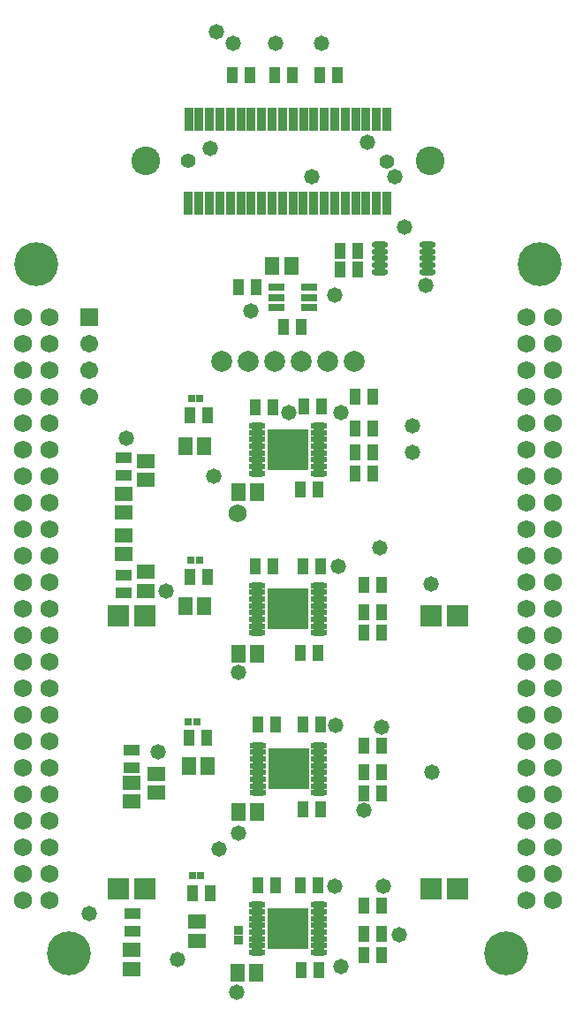
<source format=gbr>
G04 Layer_Color=16711935*
%FSLAX26Y26*%
%MOIN*%
%TF.FileFunction,Soldermask,Bot*%
%TF.Part,Single*%
G01*
G75*
%TA.AperFunction,SMDPad,CuDef*%
%ADD39R,0.041465X0.059181*%
%TA.AperFunction,ComponentPad*%
%ADD40C,0.165480*%
%ADD41C,0.068000*%
%TA.AperFunction,ViaPad*%
%ADD42C,0.068000*%
%TA.AperFunction,ComponentPad*%
%ADD43C,0.108000*%
%ADD44C,0.055000*%
%ADD45R,0.067055X0.067055*%
%ADD46C,0.067055*%
%ADD47R,0.078866X0.078866*%
%ADD48C,0.078866*%
%TA.AperFunction,ViaPad*%
%ADD49C,0.058000*%
%ADD50C,0.027685*%
%TA.AperFunction,SMDPad,CuDef*%
%ADD53R,0.065087X0.053276*%
%ADD54R,0.059181X0.041465*%
%ADD55R,0.028472X0.028472*%
%ADD56O,0.063118X0.025716*%
%ADD57R,0.151701X0.153669*%
%ADD58R,0.032000X0.086740*%
%ADD59R,0.053276X0.065087*%
%ADD60O,0.061150X0.023748*%
%ADD61R,0.063118X0.029654*%
%ADD62R,0.032409X0.032409*%
D39*
X1188536Y-2219976D02*
D03*
X1255464D02*
D03*
X531636Y-980000D02*
D03*
X598564D02*
D03*
X1096535Y180000D02*
D03*
X1163465D02*
D03*
X1163465Y250000D02*
D03*
X1096535D02*
D03*
X691780Y914000D02*
D03*
X758708D02*
D03*
X851780D02*
D03*
X918708D02*
D03*
X1021780D02*
D03*
X1088708D02*
D03*
X1253464Y-1010000D02*
D03*
X1186536D02*
D03*
X1222000Y-300000D02*
D03*
X1155070D02*
D03*
X843464Y-340000D02*
D03*
X776536D02*
D03*
X786536Y-1536000D02*
D03*
X853464D02*
D03*
X594756Y-1586000D02*
D03*
X527826D02*
D03*
X1188536Y-1716000D02*
D03*
X1255464D02*
D03*
X956536Y-1856000D02*
D03*
X1023464D02*
D03*
X1013464Y-650000D02*
D03*
X946536D02*
D03*
X1153070Y-590000D02*
D03*
X1220000D02*
D03*
Y-420000D02*
D03*
X1153070D02*
D03*
X531636Y-370000D02*
D03*
X598564D02*
D03*
X1023464Y-1536000D02*
D03*
X956536D02*
D03*
X1188536Y-1189568D02*
D03*
X1255464D02*
D03*
X1220000Y-509796D02*
D03*
X1153070D02*
D03*
X1188536Y-1616000D02*
D03*
X1255464D02*
D03*
X1014159Y-1264008D02*
D03*
X947231D02*
D03*
X956536Y-940000D02*
D03*
X1023464D02*
D03*
X843464D02*
D03*
X776536D02*
D03*
X1255464Y-2403960D02*
D03*
X1188536D02*
D03*
Y-2326000D02*
D03*
X1255464D02*
D03*
X960183Y-334008D02*
D03*
X1027111D02*
D03*
X1255464Y-1796000D02*
D03*
X1188536D02*
D03*
X951566Y-2461442D02*
D03*
X1018496D02*
D03*
X1013780Y-2140646D02*
D03*
X946850D02*
D03*
X786536Y-2141000D02*
D03*
X853464D02*
D03*
X608496Y-2171442D02*
D03*
X541566D02*
D03*
X1255464Y-1112796D02*
D03*
X1188536D02*
D03*
X714016Y115992D02*
D03*
X780945D02*
D03*
X950945Y-34008D02*
D03*
X884016D02*
D03*
D40*
X1850000Y200000D02*
D03*
X-50000D02*
D03*
X75000Y-2400000D02*
D03*
X1725000D02*
D03*
D41*
X1800000Y0D02*
D03*
Y-100000D02*
D03*
Y-200000D02*
D03*
Y-300000D02*
D03*
Y-400000D02*
D03*
Y-500000D02*
D03*
Y-600000D02*
D03*
Y-700000D02*
D03*
Y-800000D02*
D03*
Y-900000D02*
D03*
Y-1000000D02*
D03*
Y-1100000D02*
D03*
Y-1200000D02*
D03*
Y-1300000D02*
D03*
Y-1400000D02*
D03*
Y-1500000D02*
D03*
Y-1600000D02*
D03*
Y-1700000D02*
D03*
Y-1800000D02*
D03*
Y-1900000D02*
D03*
Y-2000000D02*
D03*
Y-2100000D02*
D03*
Y-2200000D02*
D03*
X1900000Y-100000D02*
D03*
Y-200000D02*
D03*
Y-300000D02*
D03*
Y-400000D02*
D03*
Y-500000D02*
D03*
Y-600000D02*
D03*
Y-700000D02*
D03*
Y-800000D02*
D03*
Y-900000D02*
D03*
Y-1000000D02*
D03*
Y-1100000D02*
D03*
Y-1200000D02*
D03*
Y-1300000D02*
D03*
Y-1400000D02*
D03*
Y-1500000D02*
D03*
Y-1600000D02*
D03*
Y-1700000D02*
D03*
Y-1800000D02*
D03*
Y-1900000D02*
D03*
Y-2000000D02*
D03*
Y-2100000D02*
D03*
Y-2200000D02*
D03*
X0Y0D02*
D03*
X-100000D02*
D03*
Y-100000D02*
D03*
Y-200000D02*
D03*
Y-300000D02*
D03*
Y-400000D02*
D03*
Y-500000D02*
D03*
Y-600000D02*
D03*
Y-700000D02*
D03*
Y-800000D02*
D03*
Y-900000D02*
D03*
Y-1000000D02*
D03*
Y-1100000D02*
D03*
Y-1200000D02*
D03*
Y-1300000D02*
D03*
Y-1400000D02*
D03*
Y-1500000D02*
D03*
Y-1600000D02*
D03*
Y-1700000D02*
D03*
Y-1800000D02*
D03*
Y-1900000D02*
D03*
Y-2000000D02*
D03*
Y-2100000D02*
D03*
Y-2200000D02*
D03*
X0Y-100000D02*
D03*
Y-200000D02*
D03*
Y-300000D02*
D03*
Y-400000D02*
D03*
Y-500000D02*
D03*
Y-600000D02*
D03*
Y-700000D02*
D03*
Y-800000D02*
D03*
Y-900000D02*
D03*
Y-1000000D02*
D03*
Y-1100000D02*
D03*
Y-1200000D02*
D03*
Y-1300000D02*
D03*
Y-1400000D02*
D03*
Y-1500000D02*
D03*
Y-1600000D02*
D03*
Y-1700000D02*
D03*
Y-1800000D02*
D03*
Y-1900000D02*
D03*
Y-2000000D02*
D03*
Y-2100000D02*
D03*
Y-2200000D02*
D03*
X1900000Y0D02*
D03*
D42*
X711614Y-740000D02*
D03*
D43*
X1436200Y590000D02*
D03*
X363800D02*
D03*
D44*
X525700D02*
D03*
X1274300Y588400D02*
D03*
D45*
X150000Y0D02*
D03*
D46*
Y-100000D02*
D03*
Y-200000D02*
D03*
Y-300000D02*
D03*
D47*
X1440551Y-2156000D02*
D03*
X1540551D02*
D03*
X359449D02*
D03*
X259449D02*
D03*
Y-1124897D02*
D03*
X359449D02*
D03*
X1440551D02*
D03*
X1540551D02*
D03*
D48*
X1150000Y-166000D02*
D03*
X1050000D02*
D03*
X950000D02*
D03*
X850000D02*
D03*
X750000D02*
D03*
X650000D02*
D03*
D49*
X693748Y1035992D02*
D03*
X854804Y1034000D02*
D03*
X1027480Y1035992D02*
D03*
X1255694Y-1546196D02*
D03*
X707480Y-2544008D02*
D03*
X714566Y-1946000D02*
D03*
Y-1340000D02*
D03*
X1320000Y-2330000D02*
D03*
X1186536Y-1860000D02*
D03*
X1370000Y-410000D02*
D03*
Y-509796D02*
D03*
X1420000Y120000D02*
D03*
X631000Y1079000D02*
D03*
X607000Y637000D02*
D03*
X1260000Y-2143678D02*
D03*
X1076000D02*
D03*
X1080000Y-1540000D02*
D03*
X1100000Y-360000D02*
D03*
X1090000Y-940000D02*
D03*
X1247078Y-870000D02*
D03*
X620000Y-600000D02*
D03*
X903000Y-360000D02*
D03*
X1100000Y-2450000D02*
D03*
X150000Y-2250000D02*
D03*
X1303180Y530000D02*
D03*
X990000D02*
D03*
X1200000Y660000D02*
D03*
X410000Y-1637426D02*
D03*
X1444566Y-1716000D02*
D03*
X640000Y-2006000D02*
D03*
X485032Y-2421442D02*
D03*
X1076000Y85992D02*
D03*
X440000Y-1030063D02*
D03*
X290000Y-454874D02*
D03*
X1440766Y-1006000D02*
D03*
X760000Y25000D02*
D03*
X1340000Y340000D02*
D03*
D50*
X943306Y-1056694D02*
D03*
X900000D02*
D03*
X856692D02*
D03*
X943306Y-1100000D02*
D03*
X900000D02*
D03*
X856692D02*
D03*
X943306Y-1143308D02*
D03*
X900000D02*
D03*
X856692D02*
D03*
X859692Y-1746308D02*
D03*
X903000D02*
D03*
X946306D02*
D03*
X859692Y-1703000D02*
D03*
X903000D02*
D03*
X946306D02*
D03*
X859692Y-1659694D02*
D03*
X903000D02*
D03*
X946306D02*
D03*
X856692Y-2349308D02*
D03*
X900000D02*
D03*
X943306D02*
D03*
X856692Y-2306000D02*
D03*
X900000D02*
D03*
X943306D02*
D03*
X856692Y-2262694D02*
D03*
X900000D02*
D03*
X943306D02*
D03*
Y-454874D02*
D03*
X900000D02*
D03*
X856692D02*
D03*
X943306Y-498182D02*
D03*
X900000D02*
D03*
X856692D02*
D03*
X943306Y-541488D02*
D03*
X900000D02*
D03*
X856692D02*
D03*
D53*
X280000Y-664568D02*
D03*
Y-735434D02*
D03*
X363800Y-540568D02*
D03*
Y-611434D02*
D03*
X280000Y-891432D02*
D03*
Y-820566D02*
D03*
X363800Y-1030188D02*
D03*
Y-959322D02*
D03*
X311856Y-1825745D02*
D03*
Y-1754879D02*
D03*
X405032Y-1791434D02*
D03*
Y-1720568D02*
D03*
X311856Y-2456874D02*
D03*
Y-2386008D02*
D03*
X557315Y-2350339D02*
D03*
Y-2279473D02*
D03*
D54*
X280000Y-1037078D02*
D03*
Y-970150D02*
D03*
X310000Y-1699464D02*
D03*
Y-1632536D02*
D03*
X315032Y-2314906D02*
D03*
Y-2247976D02*
D03*
X280000Y-528694D02*
D03*
Y-595622D02*
D03*
D55*
X537047Y-304008D02*
D03*
X568543D02*
D03*
X534976Y-914008D02*
D03*
X566471D02*
D03*
X557314Y-1526000D02*
D03*
X525818D02*
D03*
X570780Y-2103960D02*
D03*
X539284D02*
D03*
D56*
X1016142Y-1010434D02*
D03*
Y-1036024D02*
D03*
Y-1061614D02*
D03*
Y-1087204D02*
D03*
Y-1112796D02*
D03*
Y-1138386D02*
D03*
Y-1163976D02*
D03*
Y-1189568D02*
D03*
X783858Y-1010434D02*
D03*
Y-1036024D02*
D03*
Y-1061614D02*
D03*
Y-1087204D02*
D03*
Y-1112796D02*
D03*
Y-1138386D02*
D03*
Y-1163976D02*
D03*
Y-1189568D02*
D03*
X786858Y-1792568D02*
D03*
Y-1766976D02*
D03*
Y-1741386D02*
D03*
Y-1715796D02*
D03*
Y-1690204D02*
D03*
Y-1664614D02*
D03*
Y-1639024D02*
D03*
Y-1613434D02*
D03*
X1019142Y-1792568D02*
D03*
Y-1766976D02*
D03*
Y-1741386D02*
D03*
Y-1715796D02*
D03*
Y-1690204D02*
D03*
Y-1664614D02*
D03*
Y-1639024D02*
D03*
Y-1613434D02*
D03*
X783858Y-2395568D02*
D03*
Y-2369976D02*
D03*
Y-2344386D02*
D03*
Y-2318796D02*
D03*
Y-2293204D02*
D03*
Y-2267614D02*
D03*
Y-2242024D02*
D03*
Y-2216434D02*
D03*
X1016142Y-2395568D02*
D03*
Y-2369976D02*
D03*
Y-2344386D02*
D03*
Y-2318796D02*
D03*
Y-2293204D02*
D03*
Y-2267614D02*
D03*
Y-2242024D02*
D03*
Y-2216434D02*
D03*
Y-408614D02*
D03*
Y-434204D02*
D03*
Y-459796D02*
D03*
Y-485386D02*
D03*
Y-510976D02*
D03*
Y-536568D02*
D03*
Y-562158D02*
D03*
Y-587748D02*
D03*
X783858Y-408614D02*
D03*
Y-434204D02*
D03*
Y-459796D02*
D03*
Y-485386D02*
D03*
Y-510976D02*
D03*
Y-536568D02*
D03*
Y-562158D02*
D03*
Y-587748D02*
D03*
D57*
X900000Y-1100000D02*
D03*
X903000Y-1703000D02*
D03*
X900000Y-2306000D02*
D03*
Y-498182D02*
D03*
D58*
X526088Y747360D02*
D03*
X565488D02*
D03*
X604888D02*
D03*
X644288D02*
D03*
X683688D02*
D03*
X723088D02*
D03*
X762488D02*
D03*
X801888D02*
D03*
X841288D02*
D03*
X880688D02*
D03*
X920088D02*
D03*
X959488D02*
D03*
X998888D02*
D03*
X1038288D02*
D03*
X1077688D02*
D03*
X1117088D02*
D03*
X1156488D02*
D03*
X1195888D02*
D03*
X1235288D02*
D03*
X1274688D02*
D03*
X525700Y432640D02*
D03*
X565100D02*
D03*
X604500D02*
D03*
X643900D02*
D03*
X683300D02*
D03*
X722700D02*
D03*
X762100D02*
D03*
X801500D02*
D03*
X840900D02*
D03*
X880300D02*
D03*
X919700D02*
D03*
X959100D02*
D03*
X998500D02*
D03*
X1037900D02*
D03*
X1077300D02*
D03*
X1116700D02*
D03*
X1156100D02*
D03*
X1195500D02*
D03*
X1234900D02*
D03*
X1274300D02*
D03*
D59*
X527566Y-1691000D02*
D03*
X598432D02*
D03*
X714566Y-1866000D02*
D03*
X785432D02*
D03*
X585432Y-484204D02*
D03*
X514566D02*
D03*
X785432Y-660000D02*
D03*
X714566D02*
D03*
X585432Y-1087204D02*
D03*
X514566D02*
D03*
X785432Y-1270000D02*
D03*
X714566D02*
D03*
X709598Y-2471442D02*
D03*
X780464D02*
D03*
X842047Y195992D02*
D03*
X912913D02*
D03*
D60*
X1247078Y172818D02*
D03*
Y198410D02*
D03*
Y224000D02*
D03*
Y249590D02*
D03*
Y275180D02*
D03*
X1426212Y172818D02*
D03*
Y198410D02*
D03*
Y224000D02*
D03*
Y249590D02*
D03*
Y275180D02*
D03*
D61*
X980984Y38590D02*
D03*
Y75992D02*
D03*
Y113394D02*
D03*
X856968D02*
D03*
Y75992D02*
D03*
Y38590D02*
D03*
D62*
X714566Y-2347716D02*
D03*
Y-2312283D02*
D03*
%TF.MD5,b613194b9cd69efa57d06fdd30bb1805*%
M02*

</source>
